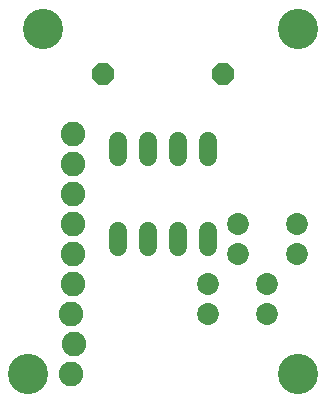
<source format=gts>
G75*
%MOIN*%
%OFA0B0*%
%FSLAX24Y24*%
%IPPOS*%
%LPD*%
%AMOC8*
5,1,8,0,0,1.08239X$1,22.5*
%
%ADD10C,0.1340*%
%ADD11C,0.0600*%
%ADD12C,0.0730*%
%ADD13OC8,0.0740*%
%ADD14C,0.0820*%
D10*
X001350Y001350D03*
X010350Y001350D03*
X010350Y012850D03*
X001850Y012850D03*
D11*
X004350Y009110D02*
X004350Y008590D01*
X005350Y008590D02*
X005350Y009110D01*
X006350Y009110D02*
X006350Y008590D01*
X007350Y008590D02*
X007350Y009110D01*
X007350Y006110D02*
X007350Y005590D01*
X006350Y005590D02*
X006350Y006110D01*
X005350Y006110D02*
X005350Y005590D01*
X004350Y005590D02*
X004350Y006110D01*
D12*
X007366Y004350D03*
X007366Y003350D03*
X008366Y005350D03*
X008366Y006350D03*
X009334Y004350D03*
X009334Y003350D03*
X010334Y005350D03*
X010334Y006350D03*
D13*
X007850Y011350D03*
X003850Y011350D03*
D14*
X002850Y009350D03*
X002850Y008350D03*
X002850Y007350D03*
X002850Y006350D03*
X002850Y005350D03*
X002850Y004350D03*
X002800Y003350D03*
X002900Y002350D03*
X002800Y001350D03*
M02*

</source>
